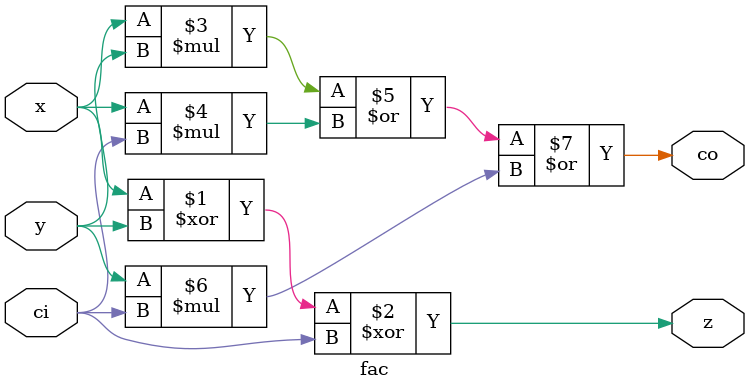
<source format=v>
`timescale 1ns / 1ps
module fac(
      input x, y, ci, 
      output z, co
);
  
  assign z = x^y^ci;
  assign co = x*y | x*ci | y*ci;
  
endmodule

</source>
